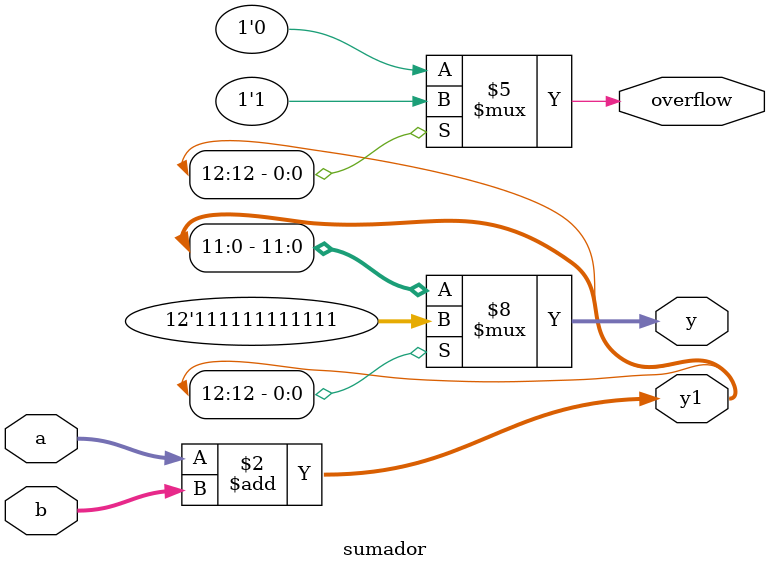
<source format=v>
`timescale 1ns / 1ps
module sumador#(parameter largo=11,mag=4,pres=7)(a,b,y,y1,overflow);
input signed [largo:0] a, b;
output reg signed [largo:0] y;
output reg [largo+1:0] y1;
output reg signed overflow;

always @*
begin
	overflow=1'b0;
	y1 = a + b;
	y=y1[largo:0];
	if(y1[largo+1]==1)
		begin
		y={(largo+1){1'b1}};
		overflow=1'b1;
		end
end
endmodule

</source>
